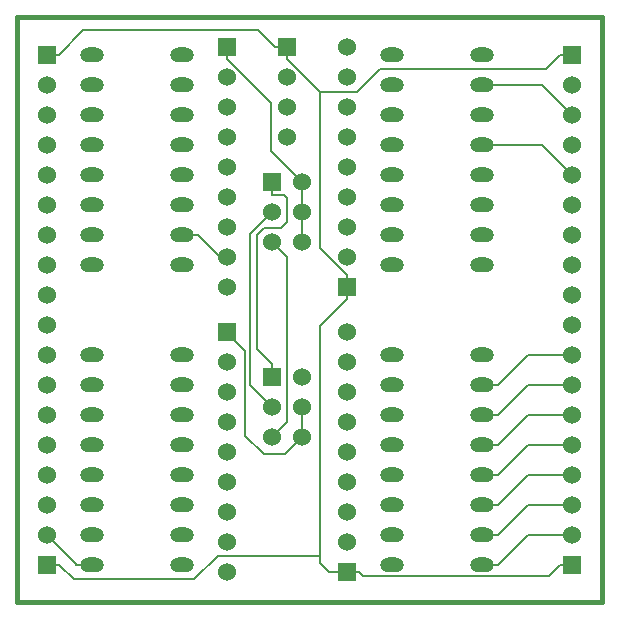
<source format=gbl>
G04 (created by PCBNEW (2013-01-23 BZR 3920)-testing) date Thu 24 Jan 2013 01:04:39 AM CET*
%MOIN*%
G04 Gerber Fmt 3.4, Leading zero omitted, Abs format*
%FSLAX34Y34*%
G01*
G70*
G90*
G04 APERTURE LIST*
%ADD10C,2.3622e-06*%
%ADD11C,0.015*%
%ADD12R,0.06X0.06*%
%ADD13C,0.06*%
%ADD14O,0.08X0.05*%
%ADD15C,0.008*%
G04 APERTURE END LIST*
G54D10*
G54D11*
X76250Y-13750D02*
X76250Y-33250D01*
X56750Y-13750D02*
X76250Y-13750D01*
X56750Y-33250D02*
X76250Y-33250D01*
X56750Y-13750D02*
X56750Y-33250D01*
G54D12*
X65250Y-25750D03*
G54D13*
X66250Y-25750D03*
X65250Y-26750D03*
X66250Y-26750D03*
X65250Y-27750D03*
X66250Y-27750D03*
G54D12*
X65250Y-19250D03*
G54D13*
X66250Y-19250D03*
X65250Y-20250D03*
X66250Y-20250D03*
X65250Y-21250D03*
X66250Y-21250D03*
G54D14*
X59250Y-15000D03*
X59250Y-16000D03*
X59250Y-17000D03*
X59250Y-18000D03*
X59250Y-19000D03*
X59250Y-20000D03*
X59250Y-21000D03*
X59250Y-22000D03*
X62250Y-22000D03*
X62250Y-21000D03*
X62250Y-20000D03*
X62250Y-19000D03*
X62250Y-18000D03*
X62250Y-17000D03*
X62250Y-16000D03*
X62250Y-15000D03*
X72250Y-22000D03*
X72250Y-21000D03*
X72250Y-20000D03*
X72250Y-19000D03*
X72250Y-18000D03*
X72250Y-17000D03*
X72250Y-16000D03*
X72250Y-15000D03*
X69250Y-15000D03*
X69250Y-16000D03*
X69250Y-17000D03*
X69250Y-18000D03*
X69250Y-19000D03*
X69250Y-20000D03*
X69250Y-21000D03*
X69250Y-22000D03*
X72250Y-32000D03*
X72250Y-31000D03*
X72250Y-30000D03*
X72250Y-29000D03*
X72250Y-28000D03*
X72250Y-27000D03*
X72250Y-26000D03*
X72250Y-25000D03*
X69250Y-25000D03*
X69250Y-26000D03*
X69250Y-27000D03*
X69250Y-28000D03*
X69250Y-29000D03*
X69250Y-30000D03*
X69250Y-31000D03*
X69250Y-32000D03*
X59250Y-25000D03*
X59250Y-26000D03*
X59250Y-27000D03*
X59250Y-28000D03*
X59250Y-29000D03*
X59250Y-30000D03*
X59250Y-31000D03*
X59250Y-32000D03*
X62250Y-32000D03*
X62250Y-31000D03*
X62250Y-30000D03*
X62250Y-29000D03*
X62250Y-28000D03*
X62250Y-27000D03*
X62250Y-26000D03*
X62250Y-25000D03*
G54D12*
X65750Y-14750D03*
G54D13*
X65750Y-15750D03*
X65750Y-16750D03*
X65750Y-17750D03*
G54D12*
X57750Y-15000D03*
G54D13*
X57750Y-16000D03*
X57750Y-17000D03*
X57750Y-18000D03*
X57750Y-19000D03*
X57750Y-20000D03*
X57750Y-21000D03*
X57750Y-22000D03*
X57750Y-23000D03*
G54D12*
X57750Y-32000D03*
G54D13*
X57750Y-31000D03*
X57750Y-30000D03*
X57750Y-29000D03*
X57750Y-28000D03*
X57750Y-27000D03*
X57750Y-26000D03*
X57750Y-25000D03*
X57750Y-24000D03*
G54D12*
X75250Y-15000D03*
G54D13*
X75250Y-16000D03*
X75250Y-17000D03*
X75250Y-18000D03*
X75250Y-19000D03*
X75250Y-20000D03*
X75250Y-21000D03*
X75250Y-22000D03*
X75250Y-23000D03*
G54D12*
X75250Y-32000D03*
G54D13*
X75250Y-31000D03*
X75250Y-30000D03*
X75250Y-29000D03*
X75250Y-28000D03*
X75250Y-27000D03*
X75250Y-26000D03*
X75250Y-25000D03*
X75250Y-24000D03*
G54D12*
X63750Y-14750D03*
G54D13*
X63750Y-15750D03*
X63750Y-16750D03*
X63750Y-17750D03*
X63750Y-18750D03*
X63750Y-19750D03*
X63750Y-20750D03*
X63750Y-21750D03*
X63750Y-22750D03*
G54D12*
X63750Y-24250D03*
G54D13*
X63750Y-25250D03*
X63750Y-26250D03*
X63750Y-27250D03*
X63750Y-28250D03*
X63750Y-29250D03*
X63750Y-30250D03*
X63750Y-31250D03*
X63750Y-32250D03*
G54D12*
X67750Y-22750D03*
G54D13*
X67750Y-21750D03*
X67750Y-20750D03*
X67750Y-19750D03*
X67750Y-18750D03*
X67750Y-17750D03*
X67750Y-16750D03*
X67750Y-15750D03*
X67750Y-14750D03*
G54D12*
X67750Y-32250D03*
G54D13*
X67750Y-31250D03*
X67750Y-30250D03*
X67750Y-29250D03*
X67750Y-28250D03*
X67750Y-27250D03*
X67750Y-26250D03*
X67750Y-25250D03*
X67750Y-24250D03*
G54D15*
X64740Y-24817D02*
X65250Y-25327D01*
X64740Y-21010D02*
X64740Y-24817D01*
X64980Y-20770D02*
X64740Y-21010D01*
X65566Y-20770D02*
X64980Y-20770D01*
X65750Y-20586D02*
X65566Y-20770D01*
X65750Y-19772D02*
X65750Y-20586D01*
X65651Y-19673D02*
X65750Y-19772D01*
X65250Y-19673D02*
X65651Y-19673D01*
X65250Y-19250D02*
X65250Y-19673D01*
X65250Y-25750D02*
X65250Y-25327D01*
X64530Y-26030D02*
X65250Y-26750D01*
X64530Y-20970D02*
X64530Y-26030D01*
X65250Y-20250D02*
X64530Y-20970D01*
X65750Y-27250D02*
X65250Y-27750D01*
X65750Y-21750D02*
X65750Y-27250D01*
X65250Y-21250D02*
X65750Y-21750D01*
X58727Y-31977D02*
X57750Y-31000D01*
X58727Y-32000D02*
X58727Y-31977D01*
X59250Y-32000D02*
X58727Y-32000D01*
X73773Y-31000D02*
X75250Y-31000D01*
X72773Y-32000D02*
X73773Y-31000D01*
X72250Y-32000D02*
X72773Y-32000D01*
X73773Y-30000D02*
X75250Y-30000D01*
X72773Y-31000D02*
X73773Y-30000D01*
X72250Y-31000D02*
X72773Y-31000D01*
X73773Y-29000D02*
X75250Y-29000D01*
X72773Y-30000D02*
X73773Y-29000D01*
X72250Y-30000D02*
X72773Y-30000D01*
X73773Y-28000D02*
X75250Y-28000D01*
X72773Y-29000D02*
X73773Y-28000D01*
X72250Y-29000D02*
X72773Y-29000D01*
X73773Y-27000D02*
X75250Y-27000D01*
X72773Y-28000D02*
X73773Y-27000D01*
X72250Y-28000D02*
X72773Y-28000D01*
X73773Y-26000D02*
X75250Y-26000D01*
X72773Y-27000D02*
X73773Y-26000D01*
X72250Y-27000D02*
X72773Y-27000D01*
X73773Y-25000D02*
X75250Y-25000D01*
X72773Y-26000D02*
X73773Y-25000D01*
X72250Y-26000D02*
X72773Y-26000D01*
X74250Y-18000D02*
X75250Y-19000D01*
X72250Y-18000D02*
X74250Y-18000D01*
X74250Y-16000D02*
X75250Y-17000D01*
X72250Y-16000D02*
X74250Y-16000D01*
X66840Y-31709D02*
X66840Y-31950D01*
X67140Y-32250D02*
X67750Y-32250D01*
X66840Y-31950D02*
X67140Y-32250D01*
X67364Y-23534D02*
X66840Y-24058D01*
X66840Y-24058D02*
X66840Y-31709D01*
X67750Y-22750D02*
X67750Y-22352D01*
X65750Y-14750D02*
X65750Y-15148D01*
X67750Y-22750D02*
X67750Y-23148D01*
X57750Y-32000D02*
X58148Y-32000D01*
X66840Y-31709D02*
X63443Y-31709D01*
X63443Y-31709D02*
X62666Y-32486D01*
X62666Y-32486D02*
X58634Y-32486D01*
X58634Y-32486D02*
X58148Y-32000D01*
X66852Y-21454D02*
X66852Y-16250D01*
X67750Y-22352D02*
X66852Y-21454D01*
X66852Y-16250D02*
X65750Y-15148D01*
X74372Y-15480D02*
X74852Y-15000D01*
X68850Y-15480D02*
X74372Y-15480D01*
X68080Y-16250D02*
X68850Y-15480D01*
X66852Y-16250D02*
X68080Y-16250D01*
X75250Y-15000D02*
X74852Y-15000D01*
X67750Y-23148D02*
X67364Y-23534D01*
X67364Y-23534D02*
X67352Y-23546D01*
X68271Y-32373D02*
X68148Y-32250D01*
X67750Y-32250D02*
X68148Y-32250D01*
X75250Y-32000D02*
X74852Y-32000D01*
X74852Y-32000D02*
X74479Y-32373D01*
X74479Y-32373D02*
X68271Y-32373D01*
X64784Y-14182D02*
X65352Y-14750D01*
X58966Y-14182D02*
X64784Y-14182D01*
X58148Y-15000D02*
X58966Y-14182D01*
X57750Y-15000D02*
X58148Y-15000D01*
X65750Y-14750D02*
X65352Y-14750D01*
X63523Y-21750D02*
X63750Y-21750D01*
X62773Y-21000D02*
X63523Y-21750D01*
X62250Y-21000D02*
X62773Y-21000D01*
X66250Y-26750D02*
X66250Y-27750D01*
X65677Y-28323D02*
X66250Y-27750D01*
X64975Y-28323D02*
X65677Y-28323D01*
X64358Y-27706D02*
X64975Y-28323D01*
X64358Y-24896D02*
X64358Y-27706D01*
X63750Y-24288D02*
X64358Y-24896D01*
X63750Y-24250D02*
X63750Y-24288D01*
X66250Y-21250D02*
X66250Y-20250D01*
X66250Y-20250D02*
X66250Y-19250D01*
X63750Y-14750D02*
X63750Y-15148D01*
X65211Y-16609D02*
X63750Y-15148D01*
X65211Y-18211D02*
X65211Y-16609D01*
X66250Y-19250D02*
X65211Y-18211D01*
M02*

</source>
